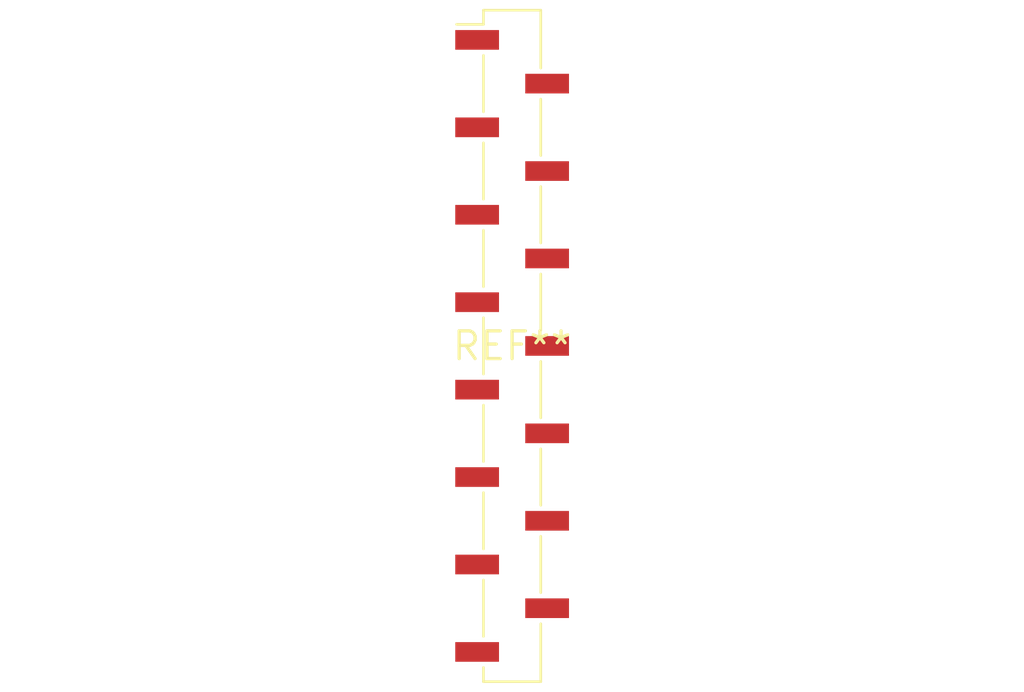
<source format=kicad_pcb>
(kicad_pcb (version 20240108) (generator pcbnew)
  (layers (0 "F.Cu" signal) (31 "B.Cu" signal) (34 "B.Paste" user) (35 "F.Paste" user) (36 "B.SilkS" user "B.Silkscreen") (37 "F.SilkS" user "F.Silkscreen") (38 "B.Mask" user) (39 "F.Mask" user) (44 "Edge.Cuts" user))
  (net 0 "")
  (footprint "PinSocket_1x15_P2.00mm_Vertical_SMD_Pin1Left" (layer "F.Cu") (at 0 0)
    (property "Reference" "REF**")
    (property "Value" "PinSocket_1x15_P2.00mm_Vertical_SMD_Pin1Left")
    (fp_line (start -2.54 -14.71) (end -1.31 -14.71) (layer "F.SilkS") (stroke (width 0.12)))
    (fp_line (start -1.31 -15.36) (end -1.31 -14.71) (layer "F.SilkS") (stroke (width 0.12)))
    (fp_line (start -1.31 -15.36) (end 1.31 -15.36) (layer "F.SilkS") (stroke (width 0.12)))
    (fp_line (start -1.31 -13.29) (end -1.31 -10.71) (layer "F.SilkS") (stroke (width 0.12)))
    (fp_line (start -1.31 -9.29) (end -1.31 -6.71) (layer "F.SilkS") (stroke (width 0.12)))
    (fp_line (start -1.31 -5.29) (end -1.31 -2.71) (layer "F.SilkS") (stroke (width 0.12)))
    (fp_line (start -1.31 -1.29) (end -1.31 1.29) (layer "F.SilkS") (stroke (width 0.12)))
    (fp_line (start -1.31 2.71) (end -1.31 5.29) (layer "F.SilkS") (stroke (width 0.12)))
    (fp_line (start -1.31 6.71) (end -1.31 9.29) (layer "F.SilkS") (stroke (width 0.12)))
    (fp_line (start -1.31 10.71) (end -1.31 13.29) (layer "F.SilkS") (stroke (width 0.12)))
    (fp_line (start -1.31 14.71) (end -1.31 15.36) (layer "F.SilkS") (stroke (width 0.12)))
    (fp_line (start -1.31 15.36) (end 1.31 15.36) (layer "F.SilkS") (stroke (width 0.12)))
    (fp_line (start 1.31 -15.36) (end 1.31 -12.71) (layer "F.SilkS") (stroke (width 0.12)))
    (fp_line (start 1.31 -11.29) (end 1.31 -8.71) (layer "F.SilkS") (stroke (width 0.12)))
    (fp_line (start 1.31 -7.29) (end 1.31 -4.71) (layer "F.SilkS") (stroke (width 0.12)))
    (fp_line (start 1.31 -3.29) (end 1.31 -0.71) (layer "F.SilkS") (stroke (width 0.12)))
    (fp_line (start 1.31 0.71) (end 1.31 3.29) (layer "F.SilkS") (stroke (width 0.12)))
    (fp_line (start 1.31 4.71) (end 1.31 7.29) (layer "F.SilkS") (stroke (width 0.12)))
    (fp_line (start 1.31 8.71) (end 1.31 11.29) (layer "F.SilkS") (stroke (width 0.12)))
    (fp_line (start 1.31 12.71) (end 1.31 15.36) (layer "F.SilkS") (stroke (width 0.12)))
    (pad "1" smd rect (at -1.6 -14) (size 2 0.9) (layers "F.Cu" "F.Paste" "F.Mask"))
    (pad "2" smd rect (at 1.6 -12) (size 2 0.9) (layers "F.Cu" "F.Paste" "F.Mask"))
    (pad "3" smd rect (at -1.6 -10) (size 2 0.9) (layers "F.Cu" "F.Paste" "F.Mask"))
    (pad "4" smd rect (at 1.6 -8) (size 2 0.9) (layers "F.Cu" "F.Paste" "F.Mask"))
    (pad "5" smd rect (at -1.6 -6) (size 2 0.9) (layers "F.Cu" "F.Paste" "F.Mask"))
    (pad "6" smd rect (at 1.6 -4) (size 2 0.9) (layers "F.Cu" "F.Paste" "F.Mask"))
    (pad "7" smd rect (at -1.6 -2) (size 2 0.9) (layers "F.Cu" "F.Paste" "F.Mask"))
    (pad "8" smd rect (at 1.6 0) (size 2 0.9) (layers "F.Cu" "F.Paste" "F.Mask"))
    (pad "9" smd rect (at -1.6 2) (size 2 0.9) (layers "F.Cu" "F.Paste" "F.Mask"))
    (pad "10" smd rect (at 1.6 4) (size 2 0.9) (layers "F.Cu" "F.Paste" "F.Mask"))
    (pad "11" smd rect (at -1.6 6) (size 2 0.9) (layers "F.Cu" "F.Paste" "F.Mask"))
    (pad "12" smd rect (at 1.6 8) (size 2 0.9) (layers "F.Cu" "F.Paste" "F.Mask"))
    (pad "13" smd rect (at -1.6 10) (size 2 0.9) (layers "F.Cu" "F.Paste" "F.Mask"))
    (pad "14" smd rect (at 1.6 12) (size 2 0.9) (layers "F.Cu" "F.Paste" "F.Mask"))
    (pad "15" smd rect (at -1.6 14) (size 2 0.9) (layers "F.Cu" "F.Paste" "F.Mask"))
  )
)
</source>
